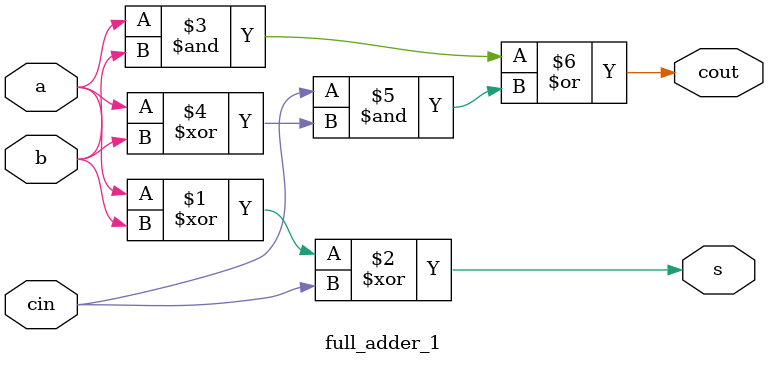
<source format=v>
`timescale 1ns / 1ps


module full_adder_1(
    input a,
    input b,
    input cin,
    output s,
    output cout
    );
    
    //using assign statement
    //assign s=((~a)&(~b)&cin) | ((~a)&b&(~cin)) | (a&(~b)&(~cin)) | (a&b&cin);
    //assign cout=(a&b) | (a&cin) | (b&cin);
    assign s=a^b^cin;
    assign cout=a&b|cin&(a^b);
    
//    //using nand, not
//    wire a_not,b_not,cin_not;
//    wire not1,not2,not3,not4;
//    wire nand11,nand12,nand21,nand22,nand31,nand32,nand41,nand42;
//    wire nand111,nand222;
//    wire not111,not222,not333;
    
//    wire nand101,nand102,nand103;
//    wire nand201,nand202;
//    wire not101;
    
//    //get s
//    not
//        g0(a_not,a),
//        g1(b_not,b),
//        g2(cin_not,cin);
//    nand
//        g3(nand11,a_not,b_not),
//        g4(nand21,a,cin),
//        g5(nand31,b,cin),
//        g6(nand41,a,b);
//    not
//        g7(not1,nand11),
//        g8(not2,nand21),
//        g9(not3,nand31),
//        g10(not4,nand41);
//    nand
//        g11(nand12,not1,cin_not),
//        g12(nand22,not2,b_not),
//        g13(nand32,not3,a_not),
//        g14(nand42,not4,cin_not);
        
//    nand
//        g15(nand111,nand12,nand22),
//        g16(nand222,nand32,nand42);
    
//    not
//        g17(not111,nand111),
//        g18(not222,nand222);
        
//    nand
//        g19(nand333,not111,not222);
        
//    not
//        g20(s,nand333);
        
//    //get cout
//    nand
//        g21(nand101,a_not,b_not),
//        g22(nand102,a_not,cin_not),
//        g23(nand103,b_not,cin_not),
        
//        g24(nand201,nand101,nand102);
    
//    not
//        g25(not101,nand201);
        
//    nand
//        g26(nand202,not101,nand103);
    
//    not
//        g27(cout,nand202);
    
endmodule

</source>
